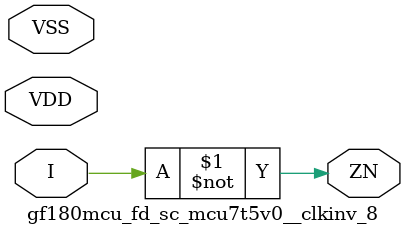
<source format=v>

module gf180mcu_fd_sc_mcu7t5v0__clkinv_8( I, ZN, VDD, VSS );
input I;
inout VDD, VSS;
output ZN;

	not MGM_BG_0( ZN, I );

endmodule

</source>
